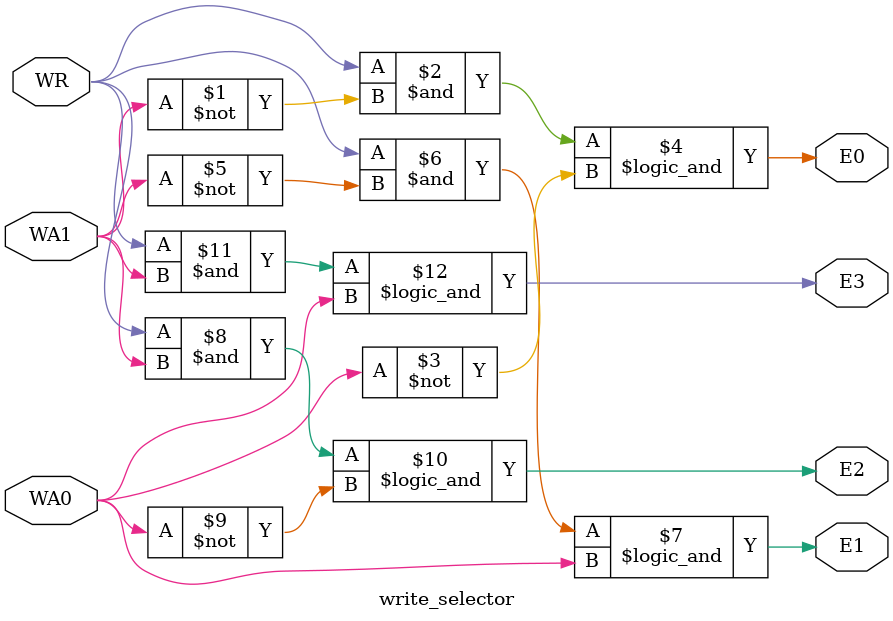
<source format=v>
module write_selector(WR, WA1, WA0, E0, E1, E2, E3);
	input WR, WA1, WA0;
	output E0, E1, E2, E3;
	
	assign E0 = WR & ~WA1 && ~WA0;
	assign E1 = WR & ~WA1 &&  WA0;
	assign E2 = WR &  WA1 && ~WA0;
	assign E3 = WR &  WA1 &&  WA0;
endmodule
</source>
